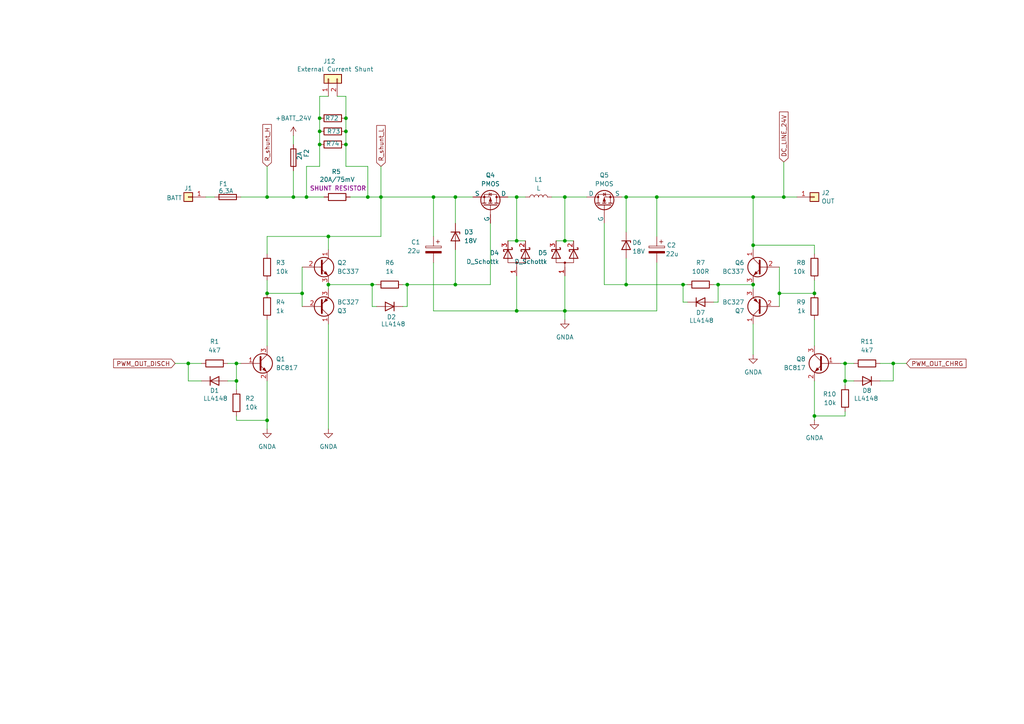
<source format=kicad_sch>
(kicad_sch (version 20231120) (generator "eeschema") (generator_version "8.0")
  (paper "A4")
  (lib_symbols
    (symbol "Connector_Generic:Conn_01x01" (pin_names (offset 1.016) hide)
      (property "Reference" "J" (at 0 2.54 0))
      (property "Value" "Conn_01x01" (at 0 -2.54 0))
      (symbol "Conn_01x01_1_1"
        (rectangle (start -1.27 0.127) (end 0 -0.127) (stroke (width 0.1524)))
        (rectangle (start -1.27 1.27) (end 1.27 -1.27) (stroke (width 0.254)) (fill (type background)))
        (pin passive line (at -5.08 0 0) (length 3.81) (name "Pin_1") (number "1"))
      )
    )
    (symbol "Connector_Generic:Conn_01x02" (pin_names (offset 1.016) hide)
      (property "Reference" "J" (at 0 2.54 0))
      (property "Value" "Conn_01x02" (at 0 -5.08 0))
      (symbol "Conn_01x02_1_1"
        (rectangle (start -1.27 -2.413) (end 0 -2.667) (stroke (width 0.1524)))
        (rectangle (start -1.27 0.127) (end 0 -0.127) (stroke (width 0.1524)))
        (rectangle (start -1.27 1.27) (end 1.27 -3.81) (stroke (width 0.254)) (fill (type background)))
        (pin passive line (at -5.08 0 0) (length 3.81) (name "Pin_1") (number "1"))
        (pin passive line (at -5.08 -2.54 0) (length 3.81) (name "Pin_2") (number "2"))
      )
    )
    (symbol "Device:C_Polarized" (pin_numbers hide) (pin_names (offset 0.254))
      (property "Reference" "C" (at 0.635 2.54 0))
      (property "Value" "C_Polarized" (at 0.635 -2.54 0))
      (symbol "C_Polarized_0_1"
        (rectangle (start -2.286 0.508) (end 2.286 1.016))
        (polyline (pts (xy -1.778 2.286) (xy -0.762 2.286)))
        (polyline (pts (xy -1.27 2.794) (xy -1.27 1.778)))
        (rectangle (start 2.286 -0.508) (end -2.286 -1.016) (fill (type outline)))
      )
      (symbol "C_Polarized_1_1"
        (pin passive line (at 0 3.81 270) (length 2.794) (name "~") (number "1"))
        (pin passive line (at 0 -3.81 90) (length 2.794) (name "~") (number "2"))
      )
    )
    (symbol "Device:D_Schottky_Dual_CommonAnode_AKK_Parallel" (pin_names (offset 0.762) hide)
      (property "Reference" "D" (at 0 5.08 0))
      (property "Value" "D_Schottky_Dual_CommonAnode_AKK_Parallel" (at 0 -5.08 0))
      (symbol "D_Schottky_Dual_CommonAnode_AKK_Parallel_0_1"
        (circle (center -1.27 0) (radius 0.254) (fill (type outline)))
        (polyline (pts (xy -1.27 0) (xy -2.54 0)))
        (polyline (pts (xy 2.54 2.54) (xy -1.27 2.54) (xy -1.27 -2.54) (xy 2.54 -2.54)))
        (polyline (pts (xy 0 -1.27) (xy 2.54 -2.54) (xy 0 -3.81) (xy 0 -1.27) (xy 0 -1.27) (xy 0 -1.27)) (stroke (width 0.254)))
        (polyline (pts (xy 0 3.81) (xy 2.54 2.54) (xy 0 1.27) (xy 0 3.81) (xy 0 3.81) (xy 0 3.81)) (stroke (width 0.254)))
        (polyline (pts (xy 3.048 -1.524) (xy 3.048 -1.27) (xy 2.54 -1.27) (xy 2.54 -3.81) (xy 2.032 -3.81) (xy 2.032 -3.556)) (stroke (width 0.254)))
        (polyline (pts (xy 3.048 3.556) (xy 3.048 3.81) (xy 2.54 3.81) (xy 2.54 1.27) (xy 2.032 1.27) (xy 2.032 1.524)) (stroke (width 0.254)))
        (pin passive line (at -5.08 0 0) (length 2.54) (name "A") (number "1"))
        (pin passive line (at 5.08 2.54 180) (length 2.54) (name "K") (number "2"))
        (pin passive line (at 5.08 -2.54 180) (length 2.54) (name "K") (number "3"))
      )
    )
    (symbol "Device:D_Zener" (pin_numbers hide) (pin_names (offset 1.016) hide)
      (property "Reference" "D" (at 0 2.54 0))
      (property "Value" "D_Zener" (at 0 -2.54 0))
      (symbol "D_Zener_0_1"
        (polyline (pts (xy 1.27 0) (xy -1.27 0)))
        (polyline (pts (xy -1.27 -1.27) (xy -1.27 1.27) (xy -0.762 1.27)) (stroke (width 0.254)))
        (polyline (pts (xy 1.27 -1.27) (xy 1.27 1.27) (xy -1.27 0) (xy 1.27 -1.27)) (stroke (width 0.254)))
      )
      (symbol "D_Zener_1_1"
        (pin passive line (at -3.81 0 0) (length 2.54) (name "K") (number "1"))
        (pin passive line (at 3.81 0 180) (length 2.54) (name "A") (number "2"))
      )
    )
    (symbol "Device:Fuse" (pin_numbers hide) (pin_names (offset 0))
      (property "Reference" "F" (at 2.032 0 90))
      (property "Value" "Fuse" (at -1.905 0 90))
      (symbol "Fuse_0_1"
        (rectangle (start -0.762 -2.54) (end 0.762 2.54) (stroke (width 0.254)))
        (polyline (pts (xy 0 2.54) (xy 0 -2.54)))
      )
      (symbol "Fuse_1_1"
        (pin passive line (at 0 3.81 270) (length 1.27) (name "~") (number "1"))
        (pin passive line (at 0 -3.81 90) (length 1.27) (name "~") (number "2"))
      )
    )
    (symbol "Device:L" (pin_numbers hide) (pin_names (offset 1.016) hide)
      (property "Reference" "L" (at -1.27 0 90))
      (property "Value" "L" (at 1.905 0 90))
      (symbol "L_0_1"
        (arc (start 0 -2.54) (mid 0.6323 -1.905) (end 0 -1.27))
        (arc (start 0 -1.27) (mid 0.6323 -0.635) (end 0 0))
        (arc (start 0 0) (mid 0.6323 0.635) (end 0 1.27))
        (arc (start 0 1.27) (mid 0.6323 1.905) (end 0 2.54))
      )
      (symbol "L_1_1"
        (pin passive line (at 0 3.81 270) (length 1.27) (name "1") (number "1"))
        (pin passive line (at 0 -3.81 90) (length 1.27) (name "2") (number "2"))
      )
    )
    (symbol "Device:R" (pin_numbers hide) (pin_names (offset 0))
      (property "Reference" "R" (at 2.032 0 90))
      (property "Value" "R" (at 0 0 90))
      (symbol "R_0_1"
        (rectangle (start -1.016 -2.54) (end 1.016 2.54) (stroke (width 0.254)))
      )
      (symbol "R_1_1"
        (pin passive line (at 0 3.81 270) (length 1.27) (name "~") (number "1"))
        (pin passive line (at 0 -3.81 90) (length 1.27) (name "~") (number "2"))
      )
    )
    (symbol "Diode:LL4148" (pin_numbers hide) (pin_names hide)
      (property "Reference" "D" (at 0 2.54 0))
      (property "Value" "LL4148" (at 0 -2.54 0))
      (symbol "LL4148_0_1"
        (polyline (pts (xy -1.27 1.27) (xy -1.27 -1.27)) (stroke (width 0.254)))
        (polyline (pts (xy 1.27 0) (xy -1.27 0)))
        (polyline (pts (xy 1.27 1.27) (xy 1.27 -1.27) (xy -1.27 0) (xy 1.27 1.27)) (stroke (width 0.254)))
      )
      (symbol "LL4148_1_1"
        (pin passive line (at -3.81 0 0) (length 2.54) (name "K") (number "1"))
        (pin passive line (at 3.81 0 180) (length 2.54) (name "A") (number "2"))
      )
    )
    (symbol "Simulation_SPICE:PMOS" (pin_numbers hide) (pin_names (offset 0))
      (property "Reference" "Q" (at 5.08 1.27 0))
      (property "Value" "PMOS" (at 5.08 -1.27 0))
      (symbol "PMOS_0_1"
        (polyline (pts (xy 0.254 0) (xy -2.54 0)))
        (polyline (pts (xy 0.254 1.905) (xy 0.254 -1.905)) (stroke (width 0.254)))
        (polyline (pts (xy 0.762 -1.27) (xy 0.762 -2.286)) (stroke (width 0.254)))
        (polyline (pts (xy 0.762 0.508) (xy 0.762 -0.508)) (stroke (width 0.254)))
        (polyline (pts (xy 0.762 2.286) (xy 0.762 1.27)) (stroke (width 0.254)))
        (polyline (pts (xy 2.54 2.54) (xy 2.54 1.778)))
        (polyline (pts (xy 2.54 -2.54) (xy 2.54 0) (xy 0.762 0)))
        (polyline (pts (xy 0.762 1.778) (xy 3.302 1.778) (xy 3.302 -1.778) (xy 0.762 -1.778)))
        (polyline (pts (xy 2.286 0) (xy 1.27 0.381) (xy 1.27 -0.381) (xy 2.286 0)) (fill (type outline)))
        (polyline (pts (xy 2.794 -0.508) (xy 2.921 -0.381) (xy 3.683 -0.381) (xy 3.81 -0.254)))
        (polyline (pts (xy 3.302 -0.381) (xy 2.921 0.254) (xy 3.683 0.254) (xy 3.302 -0.381)))
        (circle (center 1.651 0) (radius 2.794) (stroke (width 0.254)))
        (circle (center 2.54 -1.778) (radius 0.254) (fill (type outline)))
        (circle (center 2.54 1.778) (radius 0.254) (fill (type outline)))
      )
      (symbol "PMOS_1_1"
        (pin passive line (at 2.54 5.08 270) (length 2.54) (name "D") (number "1"))
        (pin input line (at -5.08 0 0) (length 2.54) (name "G") (number "2"))
        (pin passive line (at 2.54 -5.08 90) (length 2.54) (name "S") (number "3"))
      )
    )
    (symbol "Transistor_BJT:BC327" (pin_names (offset 0) hide)
      (property "Reference" "Q" (at 5.08 1.905 0))
      (property "Value" "BC327" (at 5.08 0 0))
      (symbol "BC327_0_1"
        (polyline (pts (xy 0.635 0.635) (xy 2.54 2.54)))
        (polyline (pts (xy 0.635 -0.635) (xy 2.54 -2.54) (xy 2.54 -2.54)))
        (polyline (pts (xy 0.635 1.905) (xy 0.635 -1.905) (xy 0.635 -1.905)) (stroke (width 0.508)))
        (polyline (pts (xy 2.286 -1.778) (xy 1.778 -2.286) (xy 1.27 -1.27) (xy 2.286 -1.778) (xy 2.286 -1.778)) (fill (type outline)))
        (circle (center 1.27 0) (radius 2.8194) (stroke (width 0.254)))
      )
      (symbol "BC327_1_1"
        (pin passive line (at 2.54 5.08 270) (length 2.54) (name "C") (number "1"))
        (pin input line (at -5.08 0 0) (length 5.715) (name "B") (number "2"))
        (pin passive line (at 2.54 -5.08 90) (length 2.54) (name "E") (number "3"))
      )
    )
    (symbol "Transistor_BJT:BC337" (pin_names (offset 0) hide)
      (property "Reference" "Q" (at 5.08 1.905 0))
      (property "Value" "BC337" (at 5.08 0 0))
      (symbol "BC337_0_1"
        (polyline (pts (xy 0 0) (xy 0.635 0)))
        (polyline (pts (xy 0.635 0.635) (xy 2.54 2.54)))
        (polyline (pts (xy 0.635 -0.635) (xy 2.54 -2.54) (xy 2.54 -2.54)))
        (polyline (pts (xy 0.635 1.905) (xy 0.635 -1.905) (xy 0.635 -1.905)) (stroke (width 0.508)))
        (polyline (pts (xy 1.27 -1.778) (xy 1.778 -1.27) (xy 2.286 -2.286) (xy 1.27 -1.778) (xy 1.27 -1.778)) (fill (type outline)))
        (circle (center 1.27 0) (radius 2.8194) (stroke (width 0.254)))
      )
      (symbol "BC337_1_1"
        (pin passive line (at 2.54 5.08 270) (length 2.54) (name "C") (number "1"))
        (pin input line (at -5.08 0 0) (length 5.08) (name "B") (number "2"))
        (pin passive line (at 2.54 -5.08 90) (length 2.54) (name "E") (number "3"))
      )
    )
    (symbol "Transistor_BJT:BC817" (pin_names (offset 0) hide)
      (property "Reference" "Q" (at 5.08 1.905 0))
      (property "Value" "BC817" (at 5.08 0 0))
      (symbol "BC817_0_1"
        (polyline (pts (xy 0.635 0.635) (xy 2.54 2.54)))
        (polyline (pts (xy 0.635 -0.635) (xy 2.54 -2.54) (xy 2.54 -2.54)))
        (polyline (pts (xy 0.635 1.905) (xy 0.635 -1.905) (xy 0.635 -1.905)) (stroke (width 0.508)))
        (polyline (pts (xy 1.27 -1.778) (xy 1.778 -1.27) (xy 2.286 -2.286) (xy 1.27 -1.778) (xy 1.27 -1.778)) (fill (type outline)))
        (circle (center 1.27 0) (radius 2.8194) (stroke (width 0.254)))
      )
      (symbol "BC817_1_1"
        (pin input line (at -5.08 0 0) (length 5.715) (name "B") (number "1"))
        (pin passive line (at 2.54 -5.08 90) (length 2.54) (name "E") (number "2"))
        (pin passive line (at 2.54 5.08 270) (length 2.54) (name "C") (number "3"))
      )
    )
    (symbol "power:+BATT" (power) (pin_numbers hide) (pin_names (offset 0) hide)
      (property "Value" "+BATT" (at 0 3.556 0))
      (symbol "+BATT_0_1"
        (polyline (pts (xy -0.762 1.27) (xy 0 2.54)))
        (polyline (pts (xy 0 0) (xy 0 2.54)))
        (polyline (pts (xy 0 2.54) (xy 0.762 1.27)))
      )
      (symbol "+BATT_1_1"
        (pin power_in line (at 0 0 90) (length 0) (name "~") (number "1"))
      )
    )
    (symbol "power:GNDA" (power) (pin_numbers hide) (pin_names (offset 0) hide)
      (property "Value" "GNDA" (at 0 -3.81 0))
      (symbol "GNDA_0_1"
        (polyline (pts (xy 0 0) (xy 0 -1.27) (xy 1.27 -1.27) (xy 0 -2.54) (xy -1.27 -1.27) (xy 0 -1.27)))
      )
      (symbol "GNDA_1_1"
        (pin power_in line (at 0 0 270) (length 0) (name "~") (number "1"))
      )
    )
  )
  (junction (at 85.09 57.15))
  (junction (at 190.5 57.15))
  (junction (at 149.86 57.15))
  (junction (at 87.63 85.09))
  (junction (at 107.95 82.55))
  (junction (at 77.47 121.92))
  (junction (at 181.61 82.55))
  (junction (at 54.61 105.41))
  (junction (at 132.08 82.55))
  (junction (at 245.11 105.41))
  (junction (at 95.25 82.55))
  (junction (at 236.22 120.65))
  (junction (at 149.86 69.85))
  (junction (at 181.61 57.15))
  (junction (at 198.12 82.55))
  (junction (at 245.11 110.49))
  (junction (at 110.49 57.15))
  (junction (at 68.58 105.41))
  (junction (at 226.06 85.09))
  (junction (at 100.33 41.91))
  (junction (at 92.71 34.29))
  (junction (at 106.68 57.15))
  (junction (at 132.08 57.15))
  (junction (at 88.9 57.15))
  (junction (at 163.83 57.15))
  (junction (at 100.33 34.29))
  (junction (at 100.33 38.1))
  (junction (at 236.22 85.09))
  (junction (at 95.25 68.58))
  (junction (at 163.83 90.17))
  (junction (at 208.28 82.55))
  (junction (at 68.58 110.49))
  (junction (at 92.71 41.91))
  (junction (at 92.71 38.1))
  (junction (at 218.44 82.55))
  (junction (at 218.44 71.12))
  (junction (at 218.44 57.15))
  (junction (at 77.47 57.15))
  (junction (at 163.83 69.85))
  (junction (at 77.47 85.09))
  (junction (at 125.73 57.15))
  (junction (at 149.86 90.17))
  (junction (at 227.33 57.15))
  (junction (at 118.11 82.55))
  (junction (at 259.08 105.41))
  (wire (pts (xy 106.68 48.26) (xy 100.33 48.26)))
  (wire (pts (xy 106.68 57.15) (xy 106.68 48.26)))
  (wire (pts (xy 198.12 87.63) (xy 198.12 82.55)))
  (wire (pts (xy 255.27 110.49) (xy 259.08 110.49)))
  (wire (pts (xy 227.33 46.99) (xy 227.33 57.15)))
  (wire (pts (xy 163.83 57.15) (xy 163.83 69.85)))
  (wire (pts (xy 100.33 27.94) (xy 100.33 34.29)))
  (wire (pts (xy 198.12 82.55) (xy 199.39 82.55)))
  (wire (pts (xy 95.25 68.58) (xy 110.49 68.58)))
  (wire (pts (xy 92.71 34.29) (xy 92.71 27.94)))
  (wire (pts (xy 58.42 110.49) (xy 54.61 110.49)))
  (wire (pts (xy 77.47 85.09) (xy 87.63 85.09)))
  (wire (pts (xy 100.33 34.29) (xy 100.33 38.1)))
  (wire (pts (xy 116.84 88.9) (xy 118.11 88.9)))
  (wire (pts (xy 190.5 57.15) (xy 218.44 57.15)))
  (wire (pts (xy 125.73 90.17) (xy 149.86 90.17)))
  (wire (pts (xy 85.09 57.15) (xy 88.9 57.15)))
  (wire (pts (xy 163.83 69.85) (xy 166.37 69.85)))
  (wire (pts (xy 207.01 87.63) (xy 208.28 87.63)))
  (wire (pts (xy 149.86 57.15) (xy 152.4 57.15)))
  (wire (pts (xy 77.47 48.26) (xy 77.47 57.15)))
  (wire (pts (xy 107.95 82.55) (xy 107.95 88.9)))
  (wire (pts (xy 92.71 34.29) (xy 92.71 38.1)))
  (wire (pts (xy 87.63 77.47) (xy 87.63 85.09)))
  (wire (pts (xy 59.69 57.15) (xy 62.23 57.15)))
  (wire (pts (xy 100.33 38.1) (xy 100.33 41.91)))
  (wire (pts (xy 218.44 82.55) (xy 218.44 83.82)))
  (wire (pts (xy 132.08 57.15) (xy 132.08 64.77)))
  (wire (pts (xy 218.44 82.55) (xy 208.28 82.55)))
  (wire (pts (xy 92.71 48.26) (xy 92.71 41.91)))
  (wire (pts (xy 125.73 90.17) (xy 125.73 76.2)))
  (wire (pts (xy 77.47 110.49) (xy 77.47 121.92)))
  (wire (pts (xy 247.65 110.49) (xy 245.11 110.49)))
  (wire (pts (xy 132.08 82.55) (xy 142.24 82.55)))
  (wire (pts (xy 190.5 57.15) (xy 190.5 68.58)))
  (wire (pts (xy 68.58 110.49) (xy 68.58 105.41)))
  (wire (pts (xy 259.08 105.41) (xy 255.27 105.41)))
  (wire (pts (xy 259.08 110.49) (xy 259.08 105.41)))
  (wire (pts (xy 149.86 57.15) (xy 149.86 69.85)))
  (wire (pts (xy 163.83 90.17) (xy 163.83 80.01)))
  (wire (pts (xy 161.29 69.85) (xy 163.83 69.85)))
  (wire (pts (xy 218.44 57.15) (xy 227.33 57.15)))
  (wire (pts (xy 236.22 85.09) (xy 226.06 85.09)))
  (wire (pts (xy 163.83 92.71) (xy 163.83 90.17)))
  (wire (pts (xy 149.86 80.01) (xy 149.86 90.17)))
  (wire (pts (xy 95.25 93.98) (xy 95.25 124.46)))
  (wire (pts (xy 95.25 82.55) (xy 107.95 82.55)))
  (wire (pts (xy 88.9 57.15) (xy 88.9 48.26)))
  (wire (pts (xy 116.84 82.55) (xy 118.11 82.55)))
  (wire (pts (xy 77.47 81.28) (xy 77.47 85.09)))
  (wire (pts (xy 163.83 57.15) (xy 170.18 57.15)))
  (wire (pts (xy 66.04 110.49) (xy 68.58 110.49)))
  (wire (pts (xy 77.47 121.92) (xy 68.58 121.92)))
  (wire (pts (xy 107.95 82.55) (xy 109.22 82.55)))
  (wire (pts (xy 109.22 88.9) (xy 107.95 88.9)))
  (wire (pts (xy 110.49 57.15) (xy 125.73 57.15)))
  (wire (pts (xy 236.22 71.12) (xy 218.44 71.12)))
  (wire (pts (xy 245.11 110.49) (xy 245.11 111.76)))
  (wire (pts (xy 175.26 64.77) (xy 175.26 82.55)))
  (wire (pts (xy 245.11 105.41) (xy 243.84 105.41)))
  (wire (pts (xy 208.28 82.55) (xy 207.01 82.55)))
  (wire (pts (xy 181.61 57.15) (xy 181.61 67.31)))
  (wire (pts (xy 163.83 90.17) (xy 190.5 90.17)))
  (wire (pts (xy 77.47 121.92) (xy 77.47 124.46)))
  (wire (pts (xy 236.22 73.66) (xy 236.22 71.12)))
  (wire (pts (xy 69.85 57.15) (xy 77.47 57.15)))
  (wire (pts (xy 110.49 48.26) (xy 110.49 57.15)))
  (wire (pts (xy 85.09 49.53) (xy 85.09 57.15)))
  (wire (pts (xy 95.25 82.55) (xy 95.25 83.82)))
  (wire (pts (xy 149.86 69.85) (xy 152.4 69.85)))
  (wire (pts (xy 68.58 121.92) (xy 68.58 120.65)))
  (wire (pts (xy 181.61 82.55) (xy 198.12 82.55)))
  (wire (pts (xy 100.33 48.26) (xy 100.33 41.91)))
  (wire (pts (xy 54.61 110.49) (xy 54.61 105.41)))
  (wire (pts (xy 236.22 120.65) (xy 236.22 121.92)))
  (wire (pts (xy 245.11 120.65) (xy 245.11 119.38)))
  (wire (pts (xy 106.68 57.15) (xy 101.6 57.15)))
  (wire (pts (xy 54.61 105.41) (xy 58.42 105.41)))
  (wire (pts (xy 227.33 57.15) (xy 231.14 57.15)))
  (wire (pts (xy 77.47 57.15) (xy 85.09 57.15)))
  (wire (pts (xy 97.79 27.94) (xy 100.33 27.94)))
  (wire (pts (xy 245.11 110.49) (xy 245.11 105.41)))
  (wire (pts (xy 180.34 57.15) (xy 181.61 57.15)))
  (wire (pts (xy 160.02 57.15) (xy 163.83 57.15)))
  (wire (pts (xy 226.06 77.47) (xy 226.06 85.09)))
  (wire (pts (xy 149.86 90.17) (xy 163.83 90.17)))
  (wire (pts (xy 236.22 120.65) (xy 245.11 120.65)))
  (wire (pts (xy 132.08 57.15) (xy 137.16 57.15)))
  (wire (pts (xy 68.58 110.49) (xy 68.58 113.03)))
  (wire (pts (xy 110.49 57.15) (xy 106.68 57.15)))
  (wire (pts (xy 218.44 57.15) (xy 218.44 71.12)))
  (wire (pts (xy 68.58 105.41) (xy 69.85 105.41)))
  (wire (pts (xy 226.06 85.09) (xy 226.06 88.9)))
  (wire (pts (xy 66.04 105.41) (xy 68.58 105.41)))
  (wire (pts (xy 181.61 74.93) (xy 181.61 82.55)))
  (wire (pts (xy 236.22 92.71) (xy 236.22 100.33)))
  (wire (pts (xy 125.73 57.15) (xy 125.73 68.58)))
  (wire (pts (xy 218.44 93.98) (xy 218.44 102.87)))
  (wire (pts (xy 247.65 105.41) (xy 245.11 105.41)))
  (wire (pts (xy 236.22 110.49) (xy 236.22 120.65)))
  (wire (pts (xy 236.22 81.28) (xy 236.22 85.09)))
  (wire (pts (xy 175.26 82.55) (xy 181.61 82.55)))
  (wire (pts (xy 118.11 82.55) (xy 118.11 88.9)))
  (wire (pts (xy 77.47 73.66) (xy 77.47 68.58)))
  (wire (pts (xy 95.25 68.58) (xy 95.25 72.39)))
  (wire (pts (xy 88.9 48.26) (xy 92.71 48.26)))
  (wire (pts (xy 88.9 57.15) (xy 93.98 57.15)))
  (wire (pts (xy 50.8 105.41) (xy 54.61 105.41)))
  (wire (pts (xy 77.47 68.58) (xy 95.25 68.58)))
  (wire (pts (xy 181.61 57.15) (xy 190.5 57.15)))
  (wire (pts (xy 218.44 71.12) (xy 218.44 72.39)))
  (wire (pts (xy 77.47 92.71) (xy 77.47 100.33)))
  (wire (pts (xy 147.32 69.85) (xy 149.86 69.85)))
  (wire (pts (xy 92.71 27.94) (xy 95.25 27.94)))
  (wire (pts (xy 118.11 82.55) (xy 132.08 82.55)))
  (wire (pts (xy 87.63 85.09) (xy 87.63 88.9)))
  (wire (pts (xy 125.73 57.15) (xy 132.08 57.15)))
  (wire (pts (xy 110.49 68.58) (xy 110.49 57.15)))
  (wire (pts (xy 208.28 87.63) (xy 208.28 82.55)))
  (wire (pts (xy 190.5 90.17) (xy 190.5 76.2)))
  (wire (pts (xy 85.09 39.37) (xy 85.09 41.91)))
  (wire (pts (xy 92.71 38.1) (xy 92.71 41.91)))
  (wire (pts (xy 142.24 64.77) (xy 142.24 82.55)))
  (wire (pts (xy 147.32 57.15) (xy 149.86 57.15)))
  (wire (pts (xy 132.08 72.39) (xy 132.08 82.55)))
  (wire (pts (xy 262.89 105.41) (xy 259.08 105.41)))
  (wire (pts (xy 199.39 87.63) (xy 198.12 87.63)))
  (global_label "PWM_OUT_CHRG" (shape input) (at 262.89 105.41 0) (property "Intersheetrefs" "${INTERSHEET_REFS}" (effects (hide yes))))
  (global_label "R_shunt_H" (shape input) (at 77.47 48.26 90) (property "Intersheetrefs" "${INTERSHEET_REFS}" (effects (hide yes))))
  (global_label "DC_LINE_24V" (shape input) (at 227.33 46.99 90) (property "Intersheetrefs" "${INTERSHEET_REFS}" (effects (hide yes))))
  (global_label "PWM_OUT_DISCH" (shape input) (at 50.8 105.41 180) (property "Intersheetrefs" "${INTERSHEET_REFS}" (effects (hide yes))))
  (global_label "R_shunt_L" (shape input) (at 110.49 48.26 90) (property "Intersheetrefs" "${INTERSHEET_REFS}" (effects (hide yes))))
  (symbol (lib_id "Device:D_Schottky_Dual_CommonAnode_AKK_Parallel") (at 149.86 74.93 270) (mirror x) (unit 1)
    (property "Reference" "D4" (at 144.78 73.3424 90) (effects (justify right)))
    (property "Value" "D_Schottk" (at 144.78 75.8824 90) (effects (justify right)))
    (property "Footprint" "My-Footprints:TO-220-3_V_Thick_Pads" (effects (hide yes)))
    (property "Description" "Dual Schottky diode, common anode on pin 1" (effects (hide yes)))
  )
  (symbol (lib_id "Device:R") (at 68.58 116.84 180) (unit 1)
    (property "Reference" "R2" (at 71.12 115.5699 0) (effects (justify right)))
    (property "Value" "10k" (at 71.12 118.1099 0) (effects (justify right)))
    (property "Footprint" "Resistor_SMD:R_0805_2012Metric" (effects (hide yes)))
    (property "Description" "Resistor" (effects (hide yes)))
  )
  (symbol (lib_id "Device:L") (at 156.21 57.15 90) (unit 1)
    (property "Reference" "L1" (at 156.21 52.07 90))
    (property "Value" "L" (at 156.21 54.61 90))
    (property "Footprint" "Inductor_THT:L_Axial_L26.0mm_D11.0mm_P30.48mm_Horizontal_Fastron_77A" (effects (hide yes)))
    (property "Description" "Inductor" (effects (hide yes)))
  )
  (symbol (lib_id "Transistor_BJT:BC327") (at 220.98 88.9 180) (unit 1)
    (property "Reference" "Q7" (at 215.9 90.1701 0) (effects (justify left)))
    (property "Value" "BC327" (at 215.9 87.6301 0) (effects (justify left)))
    (property "Footprint" "My-Footprints:TO-92_Inline_Wide" (effects (hide yes)))
    (property "Datasheet" "http://www.onsemi.com/pub_link/Collateral/BC327-D.PDF" (effects (hide yes)))
    (property "Description" "0.8A Ic, 45V Vce, PNP Transistor, TO-92" (effects (hide yes)))
  )
  (symbol (lib_id "Device:R") (at 203.2 82.55 270) (mirror x) (unit 1)
    (property "Reference" "R7" (at 203.2 76.2 90))
    (property "Value" "100R" (at 203.2 78.74 90))
    (property "Footprint" "Resistor_SMD:R_0805_2012Metric" (effects (hide yes)))
    (property "Description" "Resistor" (effects (hide yes)))
  )
  (symbol (lib_id "power:GNDA") (at 236.22 121.92 0) (unit 1)
    (property "Reference" "#PWR06" (effects (hide yes)))
    (property "Value" "GNDA" (at 236.22 127 0))
    (property "Description" "Power symbol creates a global label with name \"GNDA\" , analog ground" (effects (hide yes)))
  )
  (symbol (lib_id "power:+BATT") (at 85.09 39.37 0) (unit 1)
    (property "Reference" "#PWR02" (effects (hide yes)))
    (property "Value" "+BATT_24V" (at 85.09 34.29 0))
    (property "Description" "Power symbol creates a global label with name \"+BATT\"" (effects (hide yes)))
  )
  (symbol (lib_id "power:GNDA") (at 218.44 102.87 0) (unit 1)
    (property "Reference" "#PWR05" (effects (hide yes)))
    (property "Value" "GNDA" (at 218.44 107.95 0))
    (property "Description" "Power symbol creates a global label with name \"GNDA\" , analog ground" (effects (hide yes)))
  )
  (symbol (lib_id "Device:R") (at 77.47 88.9 180) (unit 1)
    (property "Reference" "R4" (at 80.01 87.6299 0) (effects (justify right)))
    (property "Value" "1k" (at 80.01 90.1699 0) (effects (justify right)))
    (property "Footprint" "Resistor_SMD:R_0805_2012Metric" (effects (hide yes)))
    (property "Description" "Resistor" (effects (hide yes)))
  )
  (symbol (lib_id "Device:R") (at 245.11 115.57 0) (mirror x) (unit 1)
    (property "Reference" "R10" (at 242.57 114.2999 0) (effects (justify right)))
    (property "Value" "10k" (at 242.57 116.8399 0) (effects (justify right)))
    (property "Footprint" "Resistor_SMD:R_0805_2012Metric" (effects (hide yes)))
    (property "Description" "Resistor" (effects (hide yes)))
  )
  (symbol (lib_id "Device:C_Polarized") (at 125.73 72.39 0) (mirror y) (unit 1)
    (property "Reference" "C1" (at 121.92 70.2309 0) (effects (justify left)))
    (property "Value" "22u" (at 121.92 72.7709 0) (effects (justify left)))
    (property "Footprint" "Capacitor_Tantalum_SMD:CP_EIA-3528-21_Kemet-B" (effects (hide yes)))
    (property "Description" "Polarized capacitor" (effects (hide yes)))
  )
  (symbol (lib_id "Device:D_Zener") (at 181.61 71.12 270) (unit 1)
    (property "Reference" "D6" (at 183.388 70.358 90) (effects (justify left)))
    (property "Value" "18V" (at 183.388 72.898 90) (effects (justify left)))
    (property "Footprint" "Diode_SMD:D_MiniMELF" (effects (hide yes)))
    (property "Description" "Zener diode" (effects (hide yes)))
  )
  (symbol (lib_id "Simulation_SPICE:PMOS") (at 175.26 59.69 90) (unit 1)
    (property "Reference" "Q5" (at 175.26 50.8 90))
    (property "Value" "PMOS" (at 175.26 53.34 90))
    (property "Footprint" "My-Footprints:TO-220-3_V_Thick_Pads" (effects (hide yes)))
    (property "Datasheet" "https://ngspice.sourceforge.io/docs/ngspice-html-manual/manual.xhtml#cha_MOSFETs" (effects (hide yes)))
    (property "Description" "P-MOSFET transistor, drain/source/gate" (effects (hide yes)))
    (property "Sim.Device" "PMOS" (effects (hide yes)))
    (property "Sim.Type" "VDMOS" (effects (hide yes)))
    (property "Sim.Pins" "1=D 2=G 3=S" (effects (hide yes)))
  )
  (symbol (lib_id "Transistor_BJT:BC327") (at 92.71 88.9 0) (mirror x) (unit 1)
    (property "Reference" "Q3" (at 97.79 90.1701 0) (effects (justify left)))
    (property "Value" "BC327" (at 97.79 87.6301 0) (effects (justify left)))
    (property "Footprint" "My-Footprints:TO-92_Inline_Wide" (effects (hide yes)))
    (property "Datasheet" "http://www.onsemi.com/pub_link/Collateral/BC327-D.PDF" (effects (hide yes)))
    (property "Description" "0.8A Ic, 45V Vce, PNP Transistor, TO-92" (effects (hide yes)))
  )
  (symbol (lib_id "Device:R") (at 97.79 57.15 90) (unit 1)
    (property "Reference" "R5" (at 97.536 49.784 90))
    (property "Value" "20A/75mV" (at 97.79 52.07 90))
    (property "Footprint" "My-Footprints:Resistor-Power-5W-L22-W10" (effects (hide yes)))
    (property "Description" "SHUNT RESISTOR" (at 98.044 54.61 90))
  )
  (symbol (lib_id "Device:Fuse") (at 85.09 45.72 0) (unit 1)
    (property "Reference" "F2" (at 88.9 44.45 90))
    (property "Value" "2A" (at 86.868 45.212 90))
    (property "Footprint" "Fuse:Fuse_Blade_ATO_directSolder" (effects (hide yes)))
    (property "Description" "Fuse" (effects (hide yes)))
  )
  (symbol (lib_id "Device:C_Polarized") (at 190.5 72.39 0) (mirror y) (unit 1)
    (property "Reference" "C2" (at 196.088 71.12 0) (effects (justify left)))
    (property "Value" "22u" (at 196.85 73.66 0) (effects (justify left)))
    (property "Footprint" "Capacitor_Tantalum_SMD:CP_EIA-3528-21_Kemet-B" (effects (hide yes)))
    (property "Description" "Polarized capacitor" (effects (hide yes)))
  )
  (symbol (lib_id "Device:R") (at 236.22 77.47 0) (mirror x) (unit 1)
    (property "Reference" "R8" (at 233.68 76.1999 0) (effects (justify right)))
    (property "Value" "10k" (at 233.68 78.7399 0) (effects (justify right)))
    (property "Footprint" "Resistor_SMD:R_0805_2012Metric" (effects (hide yes)))
    (property "Description" "Resistor" (effects (hide yes)))
  )
  (symbol (lib_id "Diode:LL4148") (at 113.03 88.9 0) (mirror y) (unit 1)
    (property "Reference" "D2" (at 113.538 91.948 0))
    (property "Value" "LL4148" (at 114.046 93.98 0))
    (property "Footprint" "Diode_SMD:D_MiniMELF" (effects (hide yes)))
    (property "Datasheet" "http://www.vishay.com/docs/85557/ll4148.pdf" (effects (hide yes)))
    (property "Description" "100V 0.15A standard switching diode, MiniMELF" (effects (hide yes)))
    (property "Sim.Device" "D" (effects (hide yes)))
    (property "Sim.Pins" "1=K 2=A" (effects (hide yes)))
  )
  (symbol (lib_id "Transistor_BJT:BC337") (at 92.71 77.47 0) (unit 1)
    (property "Reference" "Q2" (at 97.79 76.1999 0) (effects (justify left)))
    (property "Value" "BC337" (at 97.79 78.7399 0) (effects (justify left)))
    (property "Footprint" "My-Footprints:TO-92_Inline_Wide" (effects (hide yes)))
    (property "Datasheet" "https://diotec.com/tl_files/diotec/files/pdf/datasheets/bc337.pdf" (effects (hide yes)))
    (property "Description" "0.8A Ic, 45V Vce, NPN Transistor, TO-92" (effects (hide yes)))
  )
  (symbol (lib_id "Device:Fuse") (at 66.04 57.15 90) (unit 1)
    (property "Reference" "F1" (at 64.77 53.34 90))
    (property "Value" "6,3A" (at 65.532 55.372 90))
    (property "Footprint" "Fuse:Fuse_Blade_ATO_directSolder" (effects (hide yes)))
    (property "Description" "Fuse" (effects (hide yes)))
  )
  (symbol (lib_id "Diode:LL4148") (at 62.23 110.49 0) (unit 1)
    (property "Reference" "D1" (at 62.23 113.284 0))
    (property "Value" "LL4148" (at 62.484 115.57 0))
    (property "Footprint" "Diode_SMD:D_MiniMELF" (effects (hide yes)))
    (property "Datasheet" "http://www.vishay.com/docs/85557/ll4148.pdf" (effects (hide yes)))
    (property "Description" "100V 0.15A standard switching diode, MiniMELF" (effects (hide yes)))
    (property "Sim.Device" "D" (effects (hide yes)))
    (property "Sim.Pins" "1=K 2=A" (effects (hide yes)))
  )
  (symbol (lib_id "Diode:LL4148") (at 203.2 87.63 0) (mirror x) (unit 1)
    (property "Reference" "D7" (at 203.2 90.678 0))
    (property "Value" "LL4148" (at 203.454 92.964 0))
    (property "Footprint" "Diode_SMD:D_MiniMELF" (effects (hide yes)))
    (property "Datasheet" "http://www.vishay.com/docs/85557/ll4148.pdf" (effects (hide yes)))
    (property "Description" "100V 0.15A standard switching diode, MiniMELF" (effects (hide yes)))
    (property "Sim.Device" "D" (effects (hide yes)))
    (property "Sim.Pins" "1=K 2=A" (effects (hide yes)))
  )
  (symbol (lib_id "Transistor_BJT:BC817") (at 238.76 105.41 0) (mirror y) (unit 1)
    (property "Reference" "Q8" (at 233.68 104.1399 0) (effects (justify left)))
    (property "Value" "BC817" (at 233.68 106.6799 0) (effects (justify left)))
    (property "Footprint" "Package_TO_SOT_SMD:SOT-23" (effects (hide yes)))
    (property "Datasheet" "https://www.onsemi.com/pub/Collateral/BC818-D.pdf" (effects (hide yes)))
    (property "Description" "0.8A Ic, 45V Vce, NPN Transistor, SOT-23" (effects (hide yes)))
  )
  (symbol (lib_id "power:GNDA") (at 77.47 124.46 0) (unit 1)
    (property "Reference" "#PWR01" (effects (hide yes)))
    (property "Value" "GNDA" (at 77.47 129.54 0))
    (property "Description" "Power symbol creates a global label with name \"GNDA\" , analog ground" (effects (hide yes)))
  )
  (symbol (lib_id "Simulation_SPICE:PMOS") (at 142.24 59.69 270) (mirror x) (unit 1)
    (property "Reference" "Q4" (at 142.24 50.8 90))
    (property "Value" "PMOS" (at 142.24 53.34 90))
    (property "Footprint" "My-Footprints:TO-220-3_V_Thick_Pads" (effects (hide yes)))
    (property "Datasheet" "https://ngspice.sourceforge.io/docs/ngspice-html-manual/manual.xhtml#cha_MOSFETs" (effects (hide yes)))
    (property "Description" "P-MOSFET transistor, drain/source/gate" (effects (hide yes)))
    (property "Sim.Device" "PMOS" (effects (hide yes)))
    (property "Sim.Type" "VDMOS" (effects (hide yes)))
    (property "Sim.Pins" "1=D 2=G 3=S" (effects (hide yes)))
  )
  (symbol (lib_id "Connector_Generic:Conn_01x02") (at 95.25 22.86 90) (unit 1)
    (property "Reference" "J12" (at 93.726 17.78 90) (effects (justify right)))
    (property "Value" "External Current Shunt" (at 86.106 20.066 90) (effects (justify right)))
    (property "Footprint" "Connector_Hirose:Hirose_DF63M-2P-3.96DSA_1x02_P3.96mm_Vertical" (effects (hide yes)))
    (property "Description" "Generic connector, single row, 01x02, script generated (kicad-library-utils/schlib/autogen/connector/)" (effects (hide yes)))
  )
  (symbol (lib_id "power:GNDA") (at 95.25 124.46 0) (unit 1)
    (property "Reference" "#PWR03" (effects (hide yes)))
    (property "Value" "GNDA" (at 95.25 129.54 0))
    (property "Description" "Power symbol creates a global label with name \"GNDA\" , analog ground" (effects (hide yes)))
  )
  (symbol (lib_id "Device:R") (at 113.03 82.55 90) (unit 1)
    (property "Reference" "R6" (at 113.03 76.2 90))
    (property "Value" "1k" (at 113.03 78.74 90))
    (property "Footprint" "Resistor_SMD:R_0805_2012Metric" (effects (hide yes)))
    (property "Description" "Resistor" (effects (hide yes)))
  )
  (symbol (lib_id "Transistor_BJT:BC817") (at 74.93 105.41 0) (unit 1)
    (property "Reference" "Q1" (at 80.01 104.1399 0) (effects (justify left)))
    (property "Value" "BC817" (at 80.01 106.6799 0) (effects (justify left)))
    (property "Footprint" "Package_TO_SOT_SMD:SOT-23" (effects (hide yes)))
    (property "Datasheet" "https://www.onsemi.com/pub/Collateral/BC818-D.pdf" (effects (hide yes)))
    (property "Description" "0.8A Ic, 45V Vce, NPN Transistor, SOT-23" (effects (hide yes)))
  )
  (symbol (lib_id "Transistor_BJT:BC337") (at 220.98 77.47 0) (mirror y) (unit 1)
    (property "Reference" "Q6" (at 215.9 76.1999 0) (effects (justify left)))
    (property "Value" "BC337" (at 215.9 78.7399 0) (effects (justify left)))
    (property "Footprint" "My-Footprints:TO-92_Inline_Wide" (effects (hide yes)))
    (property "Datasheet" "https://diotec.com/tl_files/diotec/files/pdf/datasheets/bc337.pdf" (effects (hide yes)))
    (property "Description" "0.8A Ic, 45V Vce, NPN Transistor, TO-92" (effects (hide yes)))
  )
  (symbol (lib_id "Connector_Generic:Conn_01x01") (at 54.61 57.15 180) (unit 1)
    (property "Reference" "J1" (at 54.61 54.61 0))
    (property "Value" "BATT" (at 50.546 57.404 0))
    (property "Footprint" "Connector_Pin:Pin_D1.4mm_L8.5mm_W2.8mm_FlatFork" (effects (hide yes)))
    (property "Description" "Generic connector, single row, 01x01, script generated (kicad-library-utils/schlib/autogen/connector/)" (effects (hide yes)))
  )
  (symbol (lib_id "Device:D_Schottky_Dual_CommonAnode_AKK_Parallel") (at 163.83 74.93 270) (mirror x) (unit 1)
    (property "Reference" "D5" (at 158.75 73.3424 90) (effects (justify right)))
    (property "Value" "D_Schottk" (at 158.75 75.8824 90) (effects (justify right)))
    (property "Footprint" "My-Footprints:TO-220-3_V_Thick_Pads" (effects (hide yes)))
    (property "Description" "Dual Schottky diode, common anode on pin 1" (effects (hide yes)))
  )
  (symbol (lib_id "Device:R") (at 96.52 41.91 90) (unit 1)
    (property "Reference" "R74" (at 96.52 41.656 90))
    (property "Value" "R" (effects (hide yes)))
    (property "Footprint" "Resistor_THT:R_Axial_DIN0309_L9.0mm_D3.2mm_P20.32mm_Horizontal" (effects (hide yes)))
    (property "Description" "SHUNT RESISTOR" (effects (hide yes)))
  )
  (symbol (lib_id "Device:R") (at 96.52 38.1 90) (unit 1)
    (property "Reference" "R73" (at 96.774 38.1 90))
    (property "Value" "20A/75mV" (effects (hide yes)))
    (property "Footprint" "Resistor_THT:R_Axial_DIN0309_L9.0mm_D3.2mm_P20.32mm_Horizontal" (effects (hide yes)))
    (property "Description" "SHUNT RESISTOR" (effects (hide yes)))
  )
  (symbol (lib_id "power:GNDA") (at 163.83 92.71 0) (unit 1)
    (property "Reference" "#PWR04" (effects (hide yes)))
    (property "Value" "GNDA" (at 163.83 97.79 0))
    (property "Description" "Power symbol creates a global label with name \"GNDA\" , analog ground" (effects (hide yes)))
  )
  (symbol (lib_id "Device:D_Zener") (at 132.08 68.58 270) (unit 1)
    (property "Reference" "D3" (at 134.62 67.3099 90) (effects (justify left)))
    (property "Value" "18V" (at 134.62 69.8499 90) (effects (justify left)))
    (property "Footprint" "Diode_SMD:D_MiniMELF" (effects (hide yes)))
    (property "Description" "Zener diode" (effects (hide yes)))
  )
  (symbol (lib_id "Device:R") (at 62.23 105.41 90) (unit 1)
    (property "Reference" "R1" (at 62.23 99.06 90))
    (property "Value" "4k7" (at 62.23 101.6 90))
    (property "Footprint" "Resistor_SMD:R_0805_2012Metric" (effects (hide yes)))
    (property "Description" "Resistor" (effects (hide yes)))
  )
  (symbol (lib_id "Device:R") (at 251.46 105.41 270) (mirror x) (unit 1)
    (property "Reference" "R11" (at 251.46 99.06 90))
    (property "Value" "4k7" (at 251.46 101.6 90))
    (property "Footprint" "Resistor_SMD:R_0805_2012Metric" (effects (hide yes)))
    (property "Description" "Resistor" (effects (hide yes)))
  )
  (symbol (lib_id "Device:R") (at 96.52 34.29 90) (unit 1)
    (property "Reference" "R72" (at 96.266 34.29 90))
    (property "Value" "20A/75mV" (effects (hide yes)))
    (property "Footprint" "Resistor_THT:R_Axial_DIN0309_L9.0mm_D3.2mm_P20.32mm_Horizontal" (effects (hide yes)))
    (property "Description" "SHUNT RESISTOR" (effects (hide yes)))
  )
  (symbol (lib_id "Device:R") (at 77.47 77.47 180) (unit 1)
    (property "Reference" "R3" (at 80.01 76.1999 0) (effects (justify right)))
    (property "Value" "10k" (at 80.01 78.7399 0) (effects (justify right)))
    (property "Footprint" "Resistor_SMD:R_0805_2012Metric" (effects (hide yes)))
    (property "Description" "Resistor" (effects (hide yes)))
  )
  (symbol (lib_id "Diode:LL4148") (at 251.46 110.49 0) (mirror y) (unit 1)
    (property "Reference" "D8" (at 251.46 113.284 0))
    (property "Value" "LL4148" (at 251.206 115.57 0))
    (property "Footprint" "Diode_SMD:D_MiniMELF" (effects (hide yes)))
    (property "Datasheet" "http://www.vishay.com/docs/85557/ll4148.pdf" (effects (hide yes)))
    (property "Description" "100V 0.15A standard switching diode, MiniMELF" (effects (hide yes)))
    (property "Sim.Device" "D" (effects (hide yes)))
    (property "Sim.Pins" "1=K 2=A" (effects (hide yes)))
  )
  (symbol (lib_id "Device:R") (at 236.22 88.9 0) (mirror x) (unit 1)
    (property "Reference" "R9" (at 233.68 87.6299 0) (effects (justify right)))
    (property "Value" "1k" (at 233.68 90.1699 0) (effects (justify right)))
    (property "Footprint" "Resistor_SMD:R_0805_2012Metric" (effects (hide yes)))
    (property "Description" "Resistor" (effects (hide yes)))
  )
  (symbol (lib_id "Connector_Generic:Conn_01x01") (at 236.22 57.15 0) (unit 1)
    (property "Reference" "J2" (at 238.252 55.9378 0) (effects (justify left)))
    (property "Value" "OUT" (at 238.252 58.3621 0) (effects (justify left)))
    (property "Footprint" "Connector_Pin:Pin_D1.4mm_L8.5mm_W2.8mm_FlatFork" (effects (hide yes)))
    (property "Description" "Generic connector, single row, 01x01, script generated (kicad-library-utils/schlib/autogen/connector/)" (effects (hide yes)))
  )
)
</source>
